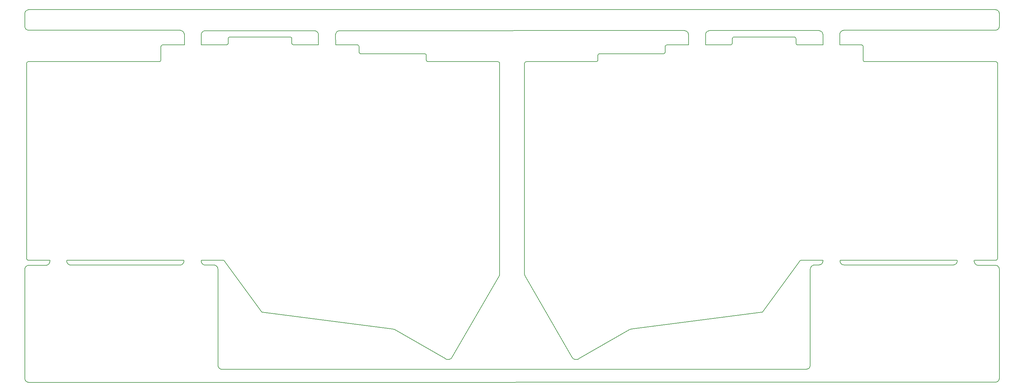
<source format=gm1>
G04 #@! TF.GenerationSoftware,KiCad,Pcbnew,7.0.1*
G04 #@! TF.CreationDate,2023-03-26T00:44:15-07:00*
G04 #@! TF.ProjectId,corne-wireless,636f726e-652d-4776-9972-656c6573732e,3.0.1*
G04 #@! TF.SameCoordinates,Original*
G04 #@! TF.FileFunction,Profile,NP*
%FSLAX46Y46*%
G04 Gerber Fmt 4.6, Leading zero omitted, Abs format (unit mm)*
G04 Created by KiCad (PCBNEW 7.0.1) date 2023-03-26 00:44:15*
%MOMM*%
%LPD*%
G01*
G04 APERTURE LIST*
G04 #@! TA.AperFunction,Profile*
%ADD10C,0.200000*%
G04 #@! TD*
%ADD11C,0.200000*%
G04 APERTURE END LIST*
D10*
X228704544Y-20278194D02*
X228704544Y-21528379D01*
X228204670Y-19778068D02*
X211204467Y-19778068D01*
D11*
X228204670Y-19778068D02*
X228421429Y-19827427D01*
X228590449Y-19960116D01*
X228688834Y-20153228D01*
X228704544Y-20278189D01*
D10*
X85690533Y-19770068D02*
X68690330Y-19770068D01*
X49190511Y-22520126D02*
X49190511Y-26270427D01*
X55786000Y-18869000D02*
X55812500Y-19120100D01*
X55812500Y-19120100D02*
X55817500Y-22020252D01*
X17807500Y-83020309D02*
X17812500Y-83250000D01*
X17812500Y-83250000D02*
X17812300Y-83252000D01*
X17812300Y-83252000D02*
X17812300Y-83252000D01*
X17812300Y-83252000D02*
X17789600Y-83483000D01*
X17789600Y-83483000D02*
X17789600Y-83483000D01*
X17789600Y-83483000D02*
X17789600Y-83483000D01*
X17789600Y-83483000D02*
X17789600Y-83484000D01*
X17789600Y-83484000D02*
X17788600Y-83488000D01*
X17788600Y-83488000D02*
X17787700Y-83493000D01*
X17787700Y-83493000D02*
X17720800Y-83714000D01*
X17720800Y-83714000D02*
X17720600Y-83715000D01*
X17720600Y-83715000D02*
X17718800Y-83719000D01*
X17718800Y-83719000D02*
X17717000Y-83724000D01*
X17717000Y-83724000D02*
X17608200Y-83928000D01*
X17608200Y-83928000D02*
X17607900Y-83929000D01*
X17607900Y-83929000D02*
X17605400Y-83932000D01*
X17605400Y-83932000D02*
X17602800Y-83936000D01*
X17602800Y-83936000D02*
X17456400Y-84116000D01*
X17456400Y-84116000D02*
X17456400Y-84116000D01*
X17456400Y-84116000D02*
X17456400Y-84116000D01*
X17456400Y-84116000D02*
X17455900Y-84116000D01*
X17455900Y-84116000D02*
X17452700Y-84120000D01*
X17452700Y-84120000D02*
X17449500Y-84123000D01*
X17449500Y-84123000D02*
X17270900Y-84271000D01*
X17270900Y-84271000D02*
X17270400Y-84271000D01*
X17270400Y-84271000D02*
X17266600Y-84273000D01*
X17266600Y-84273000D02*
X17262800Y-84276000D01*
X17262800Y-84276000D02*
X17059000Y-84386000D01*
X17059000Y-84386000D02*
X17059000Y-84386000D01*
X17059000Y-84386000D02*
X17059000Y-84386000D01*
X17059000Y-84386000D02*
X17058300Y-84387000D01*
X17058300Y-84387000D02*
X17054200Y-84388000D01*
X17054200Y-84388000D02*
X17050000Y-84390000D01*
X17050000Y-84390000D02*
X16828600Y-84459000D01*
X16828600Y-84459000D02*
X16827900Y-84459000D01*
X16827900Y-84459000D02*
X16823500Y-84460000D01*
X16823500Y-84460000D02*
X16819000Y-84460000D01*
X16819000Y-84460000D02*
X16588500Y-84485000D01*
X16588500Y-84485000D02*
X16587800Y-84485000D01*
X16587800Y-84485000D02*
X16585600Y-84485000D01*
X16585600Y-84485000D02*
X16583500Y-84485000D01*
X16583500Y-84485000D02*
X16577500Y-84485000D01*
X16577500Y-84485000D02*
X16577400Y-84485000D01*
X16577400Y-84485000D02*
X11825200Y-84485000D01*
X11825200Y-84485000D02*
X11819400Y-84485000D01*
X11819400Y-84485000D02*
X11596300Y-84508000D01*
X11596300Y-84508000D02*
X11384300Y-84574000D01*
X11384300Y-84574000D02*
X11189100Y-84680000D01*
X11189100Y-84680000D02*
X11018000Y-84821000D01*
X11018000Y-84821000D02*
X10877800Y-84993000D01*
X10877800Y-84993000D02*
X10773600Y-85189000D01*
X10773600Y-85189000D02*
X10709400Y-85402000D01*
X10709400Y-85402000D02*
X10687500Y-85625000D01*
X10687500Y-116497000D02*
X10687500Y-116503000D01*
X10687500Y-116503000D02*
X10711000Y-116726000D01*
X10711000Y-116726000D02*
X10776600Y-116938000D01*
X10776600Y-116938000D02*
X10882200Y-117133000D01*
X10882200Y-117133000D02*
X11023600Y-117304000D01*
X11023600Y-117304000D02*
X11195700Y-117445000D01*
X11195700Y-117445000D02*
X11391600Y-117549000D01*
X11391600Y-117549000D02*
X11604100Y-117613000D01*
X11604100Y-117613000D02*
X11827400Y-117635000D01*
X11827400Y-117635000D02*
X285057500Y-117626000D01*
X285055500Y-12038500D02*
X11825200Y-12047500D01*
X11825200Y-12047500D02*
X11819400Y-12047500D01*
X11819400Y-12047500D02*
X11596300Y-12071000D01*
X11596300Y-12071000D02*
X11384300Y-12136600D01*
X11384300Y-12136600D02*
X11189100Y-12242200D01*
X11189100Y-12242200D02*
X11018000Y-12383700D01*
X11018000Y-12383700D02*
X10877800Y-12555700D01*
X10877800Y-12555700D02*
X10773600Y-12751600D01*
X10773600Y-12751600D02*
X10709400Y-12964100D01*
X10709400Y-12964100D02*
X10687500Y-13187500D01*
X10687500Y-13187500D02*
X10687500Y-16747300D01*
X10687500Y-16747300D02*
X10687500Y-16753100D01*
X10687500Y-16753100D02*
X10711000Y-16976200D01*
X10711000Y-16976200D02*
X10776600Y-17188200D01*
X10776600Y-17188200D02*
X10882200Y-17383500D01*
X10882200Y-17383500D02*
X11023600Y-17554500D01*
X11023600Y-17554500D02*
X11195700Y-17694800D01*
X11195700Y-17694800D02*
X11391600Y-17799000D01*
X11391600Y-17799000D02*
X11604100Y-17863100D01*
X11604100Y-17863100D02*
X11827400Y-17885000D01*
X11827400Y-17885000D02*
X54577400Y-17885000D01*
X54577400Y-17885000D02*
X54579900Y-17885300D01*
X54579900Y-17885300D02*
X54579900Y-17885300D01*
X54579900Y-17885300D02*
X54810500Y-17907900D01*
X54810500Y-17907900D02*
X54810500Y-17907900D01*
X54810500Y-17907900D02*
X54810500Y-17907900D01*
X54810500Y-17907900D02*
X54811200Y-17907900D01*
X54811200Y-17907900D02*
X54815600Y-17908900D01*
X54815600Y-17908900D02*
X54820100Y-17909800D01*
X54820100Y-17909800D02*
X55042000Y-17976800D01*
X55042000Y-17976800D02*
X55042600Y-17977000D01*
X55042600Y-17977000D02*
X55046800Y-17978700D01*
X55046800Y-17978700D02*
X55051000Y-17980500D01*
X55051000Y-17980500D02*
X55255600Y-18089300D01*
X55255600Y-18089300D02*
X55255600Y-18089300D01*
X55255600Y-18089300D02*
X55255600Y-18089300D01*
X55255600Y-18089300D02*
X55256200Y-18089600D01*
X55256200Y-18089600D02*
X55260000Y-18092200D01*
X55260000Y-18092200D02*
X55263800Y-18094700D01*
X55263800Y-18094700D02*
X55443400Y-18241200D01*
X55443400Y-18241200D02*
X55443900Y-18241600D01*
X55443900Y-18241600D02*
X55447000Y-18244800D01*
X55447000Y-18244800D02*
X55450300Y-18248000D01*
X55450300Y-18248000D02*
X55598000Y-18426600D01*
X55598000Y-18426600D02*
X55598400Y-18427100D01*
X55598400Y-18427100D02*
X55600900Y-18430900D01*
X55600900Y-18430900D02*
X55603500Y-18434700D01*
X55603500Y-18434700D02*
X55713700Y-18638600D01*
X55713700Y-18638600D02*
X55713700Y-18638600D01*
X55713700Y-18638600D02*
X55713700Y-18638600D01*
X55713700Y-18638600D02*
X55714000Y-18639200D01*
X55714000Y-18639200D02*
X55715700Y-18643400D01*
X55715700Y-18643400D02*
X55717500Y-18647600D01*
X55717500Y-18647600D02*
X55786000Y-18869000D01*
X60557500Y-83021073D02*
X60562500Y-83247000D01*
X60562500Y-83247000D02*
X60562500Y-83253000D01*
X60562500Y-83253000D02*
X60586000Y-83476000D01*
X60586000Y-83476000D02*
X60651600Y-83688000D01*
X60651600Y-83688000D02*
X60757200Y-83883000D01*
X60757200Y-83883000D02*
X60898600Y-84054000D01*
X60898600Y-84054000D02*
X61070700Y-84195000D01*
X61070700Y-84195000D02*
X61266600Y-84299000D01*
X61266600Y-84299000D02*
X61479100Y-84363000D01*
X61479100Y-84363000D02*
X61702400Y-84385000D01*
X61702400Y-84385000D02*
X64077400Y-84385000D01*
X64077400Y-84385000D02*
X64079900Y-84385000D01*
X64079900Y-84385000D02*
X64079900Y-84385000D01*
X64079900Y-84385000D02*
X64310500Y-84408000D01*
X64310500Y-84408000D02*
X64310500Y-84408000D01*
X64310500Y-84408000D02*
X64310500Y-84408000D01*
X64310500Y-84408000D02*
X64311200Y-84408000D01*
X64311200Y-84408000D02*
X64315600Y-84409000D01*
X64315600Y-84409000D02*
X64320100Y-84410000D01*
X64320100Y-84410000D02*
X64542000Y-84477000D01*
X64542000Y-84477000D02*
X64542599Y-84477000D01*
X64542599Y-84477000D02*
X64546800Y-84479000D01*
X64546800Y-84479000D02*
X64551000Y-84480000D01*
X64551000Y-84480000D02*
X64755600Y-84589000D01*
X64755600Y-84589000D02*
X64755600Y-84589000D01*
X64755600Y-84589000D02*
X64755600Y-84589000D01*
X64755600Y-84589000D02*
X64756199Y-84590000D01*
X64756199Y-84590000D02*
X64759999Y-84592000D01*
X64759999Y-84592000D02*
X64763800Y-84595000D01*
X64763800Y-84595000D02*
X64943400Y-84741000D01*
X64943400Y-84741000D02*
X64943900Y-84742000D01*
X64943900Y-84742000D02*
X64947000Y-84745000D01*
X64947000Y-84745000D02*
X64950300Y-84748000D01*
X64950300Y-84748000D02*
X65098000Y-84927000D01*
X65098000Y-84927000D02*
X65098400Y-84927000D01*
X65098400Y-84927000D02*
X65100900Y-84931000D01*
X65100900Y-84931000D02*
X65103500Y-84935000D01*
X65103500Y-84935000D02*
X65213700Y-85139000D01*
X65213700Y-85139000D02*
X65213700Y-85139000D01*
X65213700Y-85139000D02*
X65213700Y-85139000D01*
X65213700Y-85139000D02*
X65214000Y-85139000D01*
X65214000Y-85139000D02*
X65215700Y-85143000D01*
X65215700Y-85143000D02*
X65217500Y-85148000D01*
X65217500Y-85148000D02*
X65286000Y-85369000D01*
X65286000Y-85369000D02*
X65286200Y-85370000D01*
X65286200Y-85370000D02*
X65287100Y-85374000D01*
X65287100Y-85374000D02*
X65288000Y-85379000D01*
X65288000Y-85379000D02*
X65312200Y-85609000D01*
X65312200Y-85609000D02*
X65312300Y-85610000D01*
X65312300Y-85610000D02*
X65312200Y-85612000D01*
X65312200Y-85612000D02*
X65312500Y-85614000D01*
X65312500Y-85614000D02*
X65312500Y-85620000D01*
X65312500Y-85620000D02*
X65312500Y-85620000D01*
X65312500Y-85620000D02*
X65312500Y-112797000D01*
X65312500Y-112797000D02*
X65312500Y-112803000D01*
X65312500Y-112803000D02*
X65336000Y-113026000D01*
X65336000Y-113026000D02*
X65401600Y-113238000D01*
X65401600Y-113238000D02*
X65507200Y-113433000D01*
X65507200Y-113433000D02*
X65648600Y-113604000D01*
X65648600Y-113604000D02*
X65820700Y-113745000D01*
X65820700Y-113745000D02*
X66016600Y-113849000D01*
X66016600Y-113849000D02*
X66229100Y-113913000D01*
X66229100Y-113913000D02*
X66452400Y-113935000D01*
X66454500Y-113934000D02*
X231619500Y-113926000D01*
X197180500Y-17976000D02*
X99700500Y-17985000D01*
X99700500Y-17985000D02*
X99694500Y-17985000D01*
X99694500Y-17985000D02*
X99471500Y-18008500D01*
X99471500Y-18008500D02*
X99259500Y-18074100D01*
X99259500Y-18074100D02*
X99064500Y-18179700D01*
X99064500Y-18179700D02*
X98893500Y-18321200D01*
X98893500Y-18321200D02*
X98752500Y-18493200D01*
X98752500Y-18493200D02*
X98648500Y-18689100D01*
X98648500Y-18689100D02*
X98584500Y-18901600D01*
X98584500Y-18901600D02*
X98562500Y-19125000D01*
X98562500Y-19125000D02*
X98567500Y-22018729D01*
X22567500Y-83020309D02*
X22562500Y-83247000D01*
X22562500Y-83247000D02*
X22562500Y-83253000D01*
X22562500Y-83253000D02*
X22586000Y-83476000D01*
X22586000Y-83476000D02*
X22651600Y-83688000D01*
X22651600Y-83688000D02*
X22757200Y-83883000D01*
X22757200Y-83883000D02*
X22898600Y-84054000D01*
X22898600Y-84054000D02*
X23070700Y-84195000D01*
X23070700Y-84195000D02*
X23266600Y-84299000D01*
X23266600Y-84299000D02*
X23479100Y-84363000D01*
X23479100Y-84363000D02*
X23702400Y-84385000D01*
X23702400Y-84385000D02*
X54574800Y-84385000D01*
X54574800Y-84385000D02*
X54580600Y-84385000D01*
X54580600Y-84385000D02*
X54803700Y-84362000D01*
X54803700Y-84362000D02*
X55015700Y-84296000D01*
X55015700Y-84296000D02*
X55210900Y-84190000D01*
X55210900Y-84190000D02*
X55382000Y-84049000D01*
X55382000Y-84049000D02*
X55522200Y-83877000D01*
X55522200Y-83877000D02*
X55626400Y-83681000D01*
X55626400Y-83681000D02*
X55690600Y-83468000D01*
X55690600Y-83468000D02*
X55712500Y-83245000D01*
X55712500Y-83245000D02*
X55717500Y-83020309D01*
X93727500Y-22020252D02*
X93712500Y-19122700D01*
X93712500Y-19122700D02*
X93712500Y-19116900D01*
X93712500Y-19116900D02*
X93689000Y-18893800D01*
X93689000Y-18893800D02*
X93623400Y-18681800D01*
X93623400Y-18681800D02*
X93517800Y-18486600D01*
X93517800Y-18486600D02*
X93376300Y-18315600D01*
X93376300Y-18315600D02*
X93204300Y-18175300D01*
X93204300Y-18175300D02*
X93008400Y-18071100D01*
X93008400Y-18071100D02*
X92795900Y-18006900D01*
X92795900Y-18006900D02*
X92572600Y-17985000D01*
X92572600Y-17985000D02*
X61700200Y-17985000D01*
X61700200Y-17985000D02*
X61694400Y-17985000D01*
X61694400Y-17985000D02*
X61471300Y-18008500D01*
X61471300Y-18008500D02*
X61259300Y-18074100D01*
X61259300Y-18074100D02*
X61064100Y-18179700D01*
X61064100Y-18179700D02*
X60893000Y-18321200D01*
X60893000Y-18321200D02*
X60752800Y-18493200D01*
X60752800Y-18493200D02*
X60648600Y-18689100D01*
X60648600Y-18689100D02*
X60584400Y-18901600D01*
X60584400Y-18901600D02*
X60562500Y-19125000D01*
X60562500Y-19125000D02*
X60577500Y-22018729D01*
X10687500Y-85625000D02*
X10687500Y-116497000D01*
X236317500Y-22026729D02*
X236319500Y-19113700D01*
X236319500Y-19113700D02*
X236319500Y-19107900D01*
X236319500Y-19107900D02*
X236296500Y-18884800D01*
X236296500Y-18884800D02*
X236230500Y-18672800D01*
X236230500Y-18672800D02*
X236125500Y-18477600D01*
X236125500Y-18477600D02*
X235983500Y-18306600D01*
X235983500Y-18306600D02*
X235811500Y-18166300D01*
X235811500Y-18166300D02*
X235615500Y-18062100D01*
X235615500Y-18062100D02*
X235403500Y-17997900D01*
X235403500Y-17997900D02*
X235180500Y-17976000D01*
X235180500Y-17976000D02*
X204307500Y-17976000D01*
X204307500Y-17976000D02*
X204301500Y-17976000D01*
X204301500Y-17976000D02*
X204078500Y-17999500D01*
X204078500Y-17999500D02*
X203866500Y-18065100D01*
X203866500Y-18065100D02*
X203671500Y-18170700D01*
X203671500Y-18170700D02*
X203500500Y-18312200D01*
X203500500Y-18312200D02*
X203360500Y-18484200D01*
X203360500Y-18484200D02*
X203256500Y-18680100D01*
X203256500Y-18680100D02*
X203191500Y-18892600D01*
X203191500Y-18892600D02*
X203170500Y-19116000D01*
X203170500Y-19116000D02*
X203167500Y-22028252D01*
X280302500Y-84476000D02*
X280071500Y-84453000D01*
X285864500Y-117290000D02*
X286004500Y-117118000D01*
X197811500Y-18166300D02*
X197615500Y-18062100D01*
X197983500Y-18306600D02*
X197811500Y-18166300D01*
X286194500Y-85608000D02*
X286195500Y-116486000D01*
X198327500Y-22026729D02*
X198319500Y-19113700D01*
X198319500Y-19113700D02*
X198319500Y-19107900D01*
X198319500Y-19107900D02*
X198296500Y-18884800D01*
X198296500Y-18884800D02*
X198230500Y-18672800D01*
X198230500Y-18672800D02*
X198125500Y-18477600D01*
X198125500Y-18477600D02*
X197983500Y-18306600D01*
X197615500Y-18062100D02*
X197403500Y-17997900D01*
X197403500Y-17997900D02*
X197180500Y-17976000D01*
X241177500Y-83027309D02*
X241170500Y-83238000D01*
X241170500Y-83238000D02*
X241170500Y-83244000D01*
X241170500Y-83244000D02*
X241193500Y-83467000D01*
X241193500Y-83467000D02*
X241259500Y-83679000D01*
X241259500Y-83679000D02*
X241364500Y-83874000D01*
X241364500Y-83874000D02*
X241506500Y-84045000D01*
X241506500Y-84045000D02*
X241678500Y-84186000D01*
X241678500Y-84186000D02*
X241874500Y-84290000D01*
X241874500Y-84290000D02*
X242086500Y-84354000D01*
X242086500Y-84354000D02*
X242309500Y-84376000D01*
X242309500Y-84376000D02*
X273182500Y-84376000D01*
X273182500Y-84376000D02*
X273188500Y-84376000D01*
X273188500Y-84376000D02*
X273411500Y-84353000D01*
X273411500Y-84353000D02*
X273623500Y-84287000D01*
X273623500Y-84287000D02*
X273818500Y-84181000D01*
X273818500Y-84181000D02*
X273989500Y-84040000D01*
X273989500Y-84040000D02*
X274129500Y-83868000D01*
X274129500Y-83868000D02*
X274233500Y-83672000D01*
X274233500Y-83672000D02*
X274298500Y-83459000D01*
X274298500Y-83459000D02*
X274319500Y-83236000D01*
X274319500Y-83236000D02*
X274327500Y-83027309D01*
X231619500Y-113926000D02*
X231625500Y-113926000D01*
X231625500Y-113926000D02*
X231848500Y-113903000D01*
X231848500Y-113903000D02*
X232060500Y-113837000D01*
X232060500Y-113837000D02*
X232255500Y-113731000D01*
X232255500Y-113731000D02*
X232426500Y-113590000D01*
X232426500Y-113590000D02*
X232567500Y-113418000D01*
X232567500Y-113418000D02*
X232671500Y-113222000D01*
X232671500Y-113222000D02*
X232735500Y-113009000D01*
X232735500Y-113009000D02*
X232757500Y-112786000D01*
X232757500Y-112786000D02*
X232757500Y-85611000D01*
X232757500Y-85611000D02*
X232757500Y-85609000D01*
X232757500Y-85609000D02*
X232757500Y-85609000D01*
X232757500Y-85609000D02*
X232780500Y-85378000D01*
X232780500Y-85378000D02*
X232780500Y-85378000D01*
X232780500Y-85378000D02*
X232780500Y-85378000D01*
X232780500Y-85378000D02*
X232780500Y-85377000D01*
X232780500Y-85377000D02*
X232781500Y-85373000D01*
X232781500Y-85373000D02*
X232782500Y-85368000D01*
X232782500Y-85368000D02*
X232849500Y-85147000D01*
X232849500Y-85147000D02*
X232849500Y-85146000D01*
X232849500Y-85146000D02*
X232851500Y-85142000D01*
X232851500Y-85142000D02*
X232852500Y-85138000D01*
X232852500Y-85138000D02*
X232961500Y-84933000D01*
X232961500Y-84933000D02*
X232961500Y-84933000D01*
X232961500Y-84933000D02*
X232961500Y-84933000D01*
X232961500Y-84933000D02*
X232962500Y-84932000D01*
X232962500Y-84932000D02*
X232964500Y-84929000D01*
X232964500Y-84929000D02*
X232967500Y-84925000D01*
X232967500Y-84925000D02*
X233113500Y-84745000D01*
X233113500Y-84745000D02*
X233114500Y-84745000D01*
X233114500Y-84745000D02*
X233117500Y-84741000D01*
X233117500Y-84741000D02*
X233120500Y-84738000D01*
X233120500Y-84738000D02*
X233299500Y-84591000D01*
X233299500Y-84591000D02*
X233299500Y-84590000D01*
X233299500Y-84590000D02*
X233303500Y-84588000D01*
X233303500Y-84588000D02*
X233307500Y-84585000D01*
X233307500Y-84585000D02*
X233511500Y-84475000D01*
X233511500Y-84475000D02*
X233511500Y-84475000D01*
X233511500Y-84475000D02*
X233511500Y-84475000D01*
X233511500Y-84475000D02*
X233511500Y-84474000D01*
X233511500Y-84474000D02*
X233515500Y-84473000D01*
X233515500Y-84473000D02*
X233520500Y-84471000D01*
X233520500Y-84471000D02*
X233741500Y-84403000D01*
X233741500Y-84403000D02*
X233741500Y-84403000D01*
X233741500Y-84403000D02*
X233742500Y-84402000D01*
X233742500Y-84402000D02*
X233746500Y-84401000D01*
X233746500Y-84401000D02*
X233750500Y-84401000D01*
X233750500Y-84401000D02*
X233981500Y-84376000D01*
X233981500Y-84376000D02*
X233982500Y-84376000D01*
X233982500Y-84376000D02*
X233984500Y-84376000D01*
X233984500Y-84376000D02*
X233986500Y-84376000D01*
X233986500Y-84376000D02*
X233992500Y-84376000D01*
X233992500Y-84376000D02*
X233992500Y-84376000D01*
X233992500Y-84376000D02*
X235182500Y-84376000D01*
X235182500Y-84376000D02*
X235188500Y-84376000D01*
X235188500Y-84376000D02*
X235411500Y-84353000D01*
X235411500Y-84353000D02*
X235623500Y-84287000D01*
X235623500Y-84287000D02*
X235818500Y-84181000D01*
X235818500Y-84181000D02*
X235989500Y-84040000D01*
X235989500Y-84040000D02*
X236129500Y-83868000D01*
X236129500Y-83868000D02*
X236233500Y-83672000D01*
X236233500Y-83672000D02*
X236298500Y-83459000D01*
X236298500Y-83459000D02*
X236320500Y-83236000D01*
X236320500Y-83236000D02*
X236327500Y-83028073D01*
X241092500Y-18877300D02*
X241093500Y-18872900D01*
X241093500Y-18872900D02*
X241094500Y-18868400D01*
X241094500Y-18868400D02*
X241161500Y-18646500D01*
X241161500Y-18646500D02*
X241161500Y-18645900D01*
X241161500Y-18645900D02*
X241163500Y-18641700D01*
X241163500Y-18641700D02*
X241165500Y-18637500D01*
X241165500Y-18637500D02*
X241274500Y-18432900D01*
X241274500Y-18432900D02*
X241274500Y-18432900D01*
X241274500Y-18432900D02*
X241274500Y-18432900D01*
X241274500Y-18432900D02*
X241274500Y-18432300D01*
X241274500Y-18432300D02*
X241277500Y-18428500D01*
X241277500Y-18428500D02*
X241279500Y-18424800D01*
X241279500Y-18424800D02*
X241426500Y-18245200D01*
X241426500Y-18245200D02*
X241426500Y-18244600D01*
X241426500Y-18244600D02*
X241429500Y-18241500D01*
X241429500Y-18241500D02*
X241433500Y-18238200D01*
X241433500Y-18238200D02*
X241611500Y-18090500D01*
X241611500Y-18090500D02*
X241612500Y-18090100D01*
X241612500Y-18090100D02*
X241615500Y-18087600D01*
X241615500Y-18087600D02*
X241619500Y-18085100D01*
X241619500Y-18085100D02*
X241823500Y-17974800D01*
X241823500Y-17974800D02*
X241823500Y-17974800D01*
X241823500Y-17974800D02*
X241823500Y-17974800D01*
X241823500Y-17974800D02*
X241824500Y-17974500D01*
X241824500Y-17974500D02*
X241828500Y-17972800D01*
X241828500Y-17972800D02*
X241832500Y-17971000D01*
X241832500Y-17971000D02*
X242053500Y-17902500D01*
X242053500Y-17902500D02*
X242053500Y-17902500D01*
X242053500Y-17902500D02*
X242054500Y-17902300D01*
X242054500Y-17902300D02*
X242059500Y-17901500D01*
X242059500Y-17901500D02*
X242063500Y-17900500D01*
X242063500Y-17900500D02*
X242293500Y-17876300D01*
X242293500Y-17876300D02*
X242294500Y-17876300D01*
X242294500Y-17876300D02*
X242296500Y-17876300D01*
X242296500Y-17876300D02*
X242299500Y-17876000D01*
X242299500Y-17876000D02*
X242304500Y-17876000D01*
X242304500Y-17876000D02*
X242305500Y-17876000D01*
X242305500Y-17876000D02*
X285057500Y-17876000D01*
X285057500Y-17876000D02*
X285063500Y-17876000D01*
X285063500Y-17876000D02*
X285286500Y-17852600D01*
X285286500Y-17852600D02*
X285498500Y-17786900D01*
X285498500Y-17786900D02*
X285693500Y-17681400D01*
X285693500Y-17681400D02*
X285864500Y-17539900D01*
X285864500Y-17539900D02*
X286004500Y-17367900D01*
X286004500Y-17367900D02*
X286108500Y-17171900D01*
X286108500Y-17171900D02*
X286173500Y-16959400D01*
X286173500Y-16959400D02*
X286195500Y-16736100D01*
X286195500Y-16736100D02*
X286194500Y-13176200D01*
X286194500Y-13176200D02*
X286194500Y-13170400D01*
X286194500Y-13170400D02*
X286171500Y-12947300D01*
X286171500Y-12947300D02*
X286105500Y-12735300D01*
X286105500Y-12735300D02*
X286000500Y-12540100D01*
X286000500Y-12540100D02*
X285858500Y-12369100D01*
X285858500Y-12369100D02*
X285686500Y-12228800D01*
X285686500Y-12228800D02*
X285490500Y-12124600D01*
X285490500Y-12124600D02*
X285278500Y-12060400D01*
X285278500Y-12060400D02*
X285055500Y-12038500D01*
X241077500Y-22028252D02*
X241069500Y-19111100D01*
X241069500Y-19111100D02*
X241070500Y-19108600D01*
X241070500Y-19108600D02*
X241092500Y-18878000D01*
X241092500Y-18878000D02*
X241092500Y-18878000D01*
X241092500Y-18878000D02*
X241092500Y-18878000D01*
X241092500Y-18878000D02*
X241092500Y-18877300D01*
X279070500Y-83251000D02*
X279070500Y-83249000D01*
X279070500Y-83249000D02*
X279070500Y-83247000D01*
X279070500Y-83247000D02*
X279070500Y-83241000D01*
X279070500Y-83241000D02*
X279069500Y-83241000D01*
X279069500Y-83241000D02*
X279077500Y-83028073D01*
X279165500Y-83713000D02*
X279096500Y-83492000D01*
X279096500Y-83492000D02*
X279096500Y-83491000D01*
X279096500Y-83491000D02*
X279095500Y-83487000D01*
X279095500Y-83487000D02*
X279094500Y-83483000D01*
X279094500Y-83483000D02*
X279070500Y-83252000D01*
X279070500Y-83252000D02*
X279070500Y-83251000D01*
X285057500Y-117626000D02*
X285063500Y-117626000D01*
X285063500Y-117626000D02*
X285286500Y-117603000D01*
X285286500Y-117603000D02*
X285498500Y-117537000D01*
X285498500Y-117537000D02*
X285693500Y-117431000D01*
X285693500Y-117431000D02*
X285864500Y-117290000D01*
X286004500Y-117118000D02*
X286108500Y-116922000D01*
X286108500Y-116922000D02*
X286173500Y-116709000D01*
X286173500Y-116709000D02*
X286195500Y-116486000D01*
X286194500Y-85608000D02*
X286171500Y-85385000D01*
X286171500Y-85385000D02*
X286105500Y-85173000D01*
X286105500Y-85173000D02*
X286000500Y-84978000D01*
X286000500Y-84978000D02*
X285858500Y-84807000D01*
X285858500Y-84807000D02*
X285686500Y-84666000D01*
X285686500Y-84666000D02*
X285490500Y-84562000D01*
X285490500Y-84562000D02*
X285278500Y-84498000D01*
X285278500Y-84498000D02*
X285055500Y-84476000D01*
X285055500Y-84476000D02*
X280305500Y-84476000D01*
X280305500Y-84476000D02*
X280302500Y-84476000D01*
X280302500Y-84476000D02*
X280302500Y-84476000D01*
X280071500Y-84453000D02*
X280071500Y-84453000D01*
X280071500Y-84453000D02*
X280071500Y-84453000D01*
X280071500Y-84453000D02*
X280071500Y-84453000D01*
X280071500Y-84453000D02*
X280066500Y-84452000D01*
X280066500Y-84452000D02*
X280062500Y-84451000D01*
X280062500Y-84451000D02*
X279840500Y-84384000D01*
X279840500Y-84384000D02*
X279839500Y-84384000D01*
X279839500Y-84384000D02*
X279835500Y-84382000D01*
X279835500Y-84382000D02*
X279831500Y-84381000D01*
X279831500Y-84381000D02*
X279626500Y-84272000D01*
X279626500Y-84272000D02*
X279626500Y-84272000D01*
X279626500Y-84272000D02*
X279626500Y-84271000D01*
X279626500Y-84271000D02*
X279622500Y-84269000D01*
X279622500Y-84269000D02*
X279618500Y-84266000D01*
X279618500Y-84266000D02*
X279439500Y-84120000D01*
X279439500Y-84120000D02*
X279439500Y-84120000D01*
X279439500Y-84120000D02*
X279439500Y-84120000D01*
X279439500Y-84120000D02*
X279438500Y-84119000D01*
X279438500Y-84119000D02*
X279435500Y-84116000D01*
X279435500Y-84116000D02*
X279432500Y-84113000D01*
X279432500Y-84113000D02*
X279284500Y-83934000D01*
X279284500Y-83934000D02*
X279284500Y-83934000D01*
X279284500Y-83934000D02*
X279281500Y-83930000D01*
X279281500Y-83930000D02*
X279279500Y-83926000D01*
X279279500Y-83926000D02*
X279168500Y-83722000D01*
X279168500Y-83722000D02*
X279168500Y-83722000D01*
X279168500Y-83722000D02*
X279168500Y-83722000D01*
X279168500Y-83722000D02*
X279168500Y-83722000D01*
X279168500Y-83722000D02*
X279166500Y-83718000D01*
X279166500Y-83718000D02*
X279165500Y-83713000D01*
D11*
X181629500Y-102678000D02*
X181831194Y-102623772D01*
X182035714Y-102581995D01*
X182242483Y-102552784D01*
X182284056Y-102548460D01*
X152181791Y-87625717D02*
X152092308Y-87446848D01*
X152016826Y-87232231D01*
X151970652Y-87009589D01*
X151954558Y-86781896D01*
X151954700Y-86753228D01*
D10*
X191706177Y-24025707D02*
X191706177Y-22527109D01*
X173204835Y-24526087D02*
X191205797Y-24526087D01*
D11*
X151954700Y-27278174D02*
X152004025Y-27061480D01*
X152136643Y-26892482D01*
X152329668Y-26794061D01*
X152454583Y-26778301D01*
D10*
X151955216Y-27276904D02*
X151955216Y-86750945D01*
X241177500Y-83027309D02*
X274327500Y-83027309D01*
X285704628Y-27278174D02*
X285706404Y-82526930D01*
X248205881Y-26776525D02*
X285204501Y-26778301D01*
X210705358Y-21526350D02*
X210705358Y-20276671D01*
X192206556Y-22026729D02*
X198327500Y-22026729D01*
X181629500Y-102678000D02*
X167335417Y-110939084D01*
X172706995Y-25026466D02*
X172704713Y-26278179D01*
D11*
X172704713Y-25028242D02*
X172753965Y-24811463D01*
X172886565Y-24642379D01*
X173079623Y-24543895D01*
X173204577Y-24528121D01*
D10*
X247705501Y-22527109D02*
X247705501Y-26276145D01*
X229206699Y-22026729D02*
X236317500Y-22026729D01*
X152455595Y-26776525D02*
X172204592Y-26778301D01*
D11*
X285704628Y-82528200D02*
X285655268Y-82744959D01*
X285522578Y-82913978D01*
X285329467Y-83012363D01*
X285204506Y-83028073D01*
X285204506Y-83028073D02*
X285204501Y-83028073D01*
X285204501Y-26778301D02*
X285421283Y-26827550D01*
X285590371Y-26960154D01*
X285688854Y-27153216D01*
X285704628Y-27278169D01*
X285704628Y-27278169D02*
X285704628Y-27278174D01*
X248204611Y-26778301D02*
X247987827Y-26729049D01*
X247818742Y-26596443D01*
X247720261Y-26403380D01*
X247704489Y-26278427D01*
X247704489Y-26278427D02*
X247704489Y-26278179D01*
X247204616Y-22028252D02*
X247421308Y-22077580D01*
X247590305Y-22210193D01*
X247688727Y-22403212D01*
X247704489Y-22528126D01*
X229204665Y-22028252D02*
X228987881Y-21979001D01*
X228818796Y-21846395D01*
X228720316Y-21653331D01*
X228704544Y-21528379D01*
X228704544Y-21528379D02*
X228704544Y-21528126D01*
X228704544Y-20278189D02*
X228704544Y-20278194D01*
X210704594Y-20278194D02*
X210753843Y-20061411D01*
X210886448Y-19892324D01*
X211079512Y-19793840D01*
X211204467Y-19778068D01*
X211204467Y-19778068D02*
X211204467Y-19778068D01*
X210704594Y-21528126D02*
X210655343Y-21744908D01*
X210522738Y-21913995D01*
X210329674Y-22012479D01*
X210204720Y-22028252D01*
X210204720Y-22028252D02*
X210204472Y-22028252D01*
X191704649Y-22528126D02*
X191753976Y-22311433D01*
X191886589Y-22142436D01*
X192079608Y-22044014D01*
X192204522Y-22028252D01*
X191704649Y-24028247D02*
X191655289Y-24245004D01*
X191522601Y-24414024D01*
X191329489Y-24512410D01*
X191204527Y-24528121D01*
D10*
X165407300Y-110559612D02*
X152181276Y-87627245D01*
D11*
X165410396Y-110564226D02*
X165407300Y-110559612D01*
X167335417Y-110939084D02*
X167151360Y-111043872D01*
X166958612Y-111117871D01*
X166760437Y-111161717D01*
X166560101Y-111176047D01*
X166295270Y-111150338D01*
X166040143Y-111074794D01*
X165859822Y-110986338D01*
X165692581Y-110871334D01*
X165541683Y-110730418D01*
X165410396Y-110564226D01*
D10*
X218954506Y-97778087D02*
X182284056Y-102548460D01*
D11*
X219308071Y-97631789D02*
X219134516Y-97744619D01*
X218954506Y-97778087D01*
D10*
X229851095Y-83174629D02*
X219308071Y-97631789D01*
D11*
X172704713Y-26278179D02*
X172655456Y-26494960D01*
X172522849Y-26664046D01*
X172329784Y-26762528D01*
X172204830Y-26778301D01*
X172204830Y-26778301D02*
X172204592Y-26778301D01*
D10*
X66690339Y-83020073D02*
X60557500Y-83021073D01*
X11690499Y-83020073D02*
X17807500Y-83020309D01*
X49690384Y-22020252D02*
X55817500Y-22020252D01*
X86690528Y-22020252D02*
X93727500Y-22020252D01*
D11*
X124690170Y-26770301D02*
X124690408Y-26770301D01*
X124190287Y-26270179D02*
X124239543Y-26486960D01*
X124372150Y-26656046D01*
X124565215Y-26754528D01*
X124690170Y-26770301D01*
D10*
X67043905Y-83166629D02*
X77586929Y-97623789D01*
X77940494Y-97770087D02*
X114610944Y-102540460D01*
D11*
X129559583Y-110931084D02*
X129743639Y-111035872D01*
X129936387Y-111109871D01*
X130134562Y-111153717D01*
X130334898Y-111168047D01*
X130599729Y-111142338D01*
X130854856Y-111066794D01*
X131035177Y-110978338D01*
X131202418Y-110863334D01*
X131353316Y-110722418D01*
X131484604Y-110556226D01*
X131484604Y-110556226D02*
X131487700Y-110551612D01*
D10*
X131487700Y-110551612D02*
X144713724Y-87619245D01*
D11*
X105190351Y-24020247D02*
X105239710Y-24237004D01*
X105372398Y-24406024D01*
X105565510Y-24504410D01*
X105690473Y-24520121D01*
X105190351Y-22520126D02*
X105141023Y-22303433D01*
X105008410Y-22134436D01*
X104815391Y-22036014D01*
X104690478Y-22020252D01*
X86690280Y-22020252D02*
X86690528Y-22020252D01*
X86190406Y-21520126D02*
X86239656Y-21736908D01*
X86372261Y-21905995D01*
X86565325Y-22004479D01*
X86690280Y-22020252D01*
X85690533Y-19770068D02*
X85690533Y-19770068D01*
X86190406Y-20270194D02*
X86141156Y-20053411D01*
X86008551Y-19884324D01*
X85815487Y-19785840D01*
X85690533Y-19770068D01*
X68190456Y-20270189D02*
X68190456Y-20270194D01*
X68690330Y-19770068D02*
X68473570Y-19819427D01*
X68304550Y-19952116D01*
X68206165Y-20145228D01*
X68190456Y-20270189D01*
X68190456Y-21520379D02*
X68190456Y-21520126D01*
X67690335Y-22020252D02*
X67907118Y-21971001D01*
X68076203Y-21838395D01*
X68174683Y-21645331D01*
X68190456Y-21520379D01*
X49690384Y-22020252D02*
X49473691Y-22069580D01*
X49304694Y-22202193D01*
X49206272Y-22395212D01*
X49190511Y-22520126D01*
X48690389Y-26770301D02*
X48907172Y-26721049D01*
X49076257Y-26588443D01*
X49174738Y-26395380D01*
X49190511Y-26270427D01*
X11190372Y-27270169D02*
X11190372Y-27270174D01*
X11690499Y-26770301D02*
X11473716Y-26819550D01*
X11304628Y-26952154D01*
X11206145Y-27145216D01*
X11190372Y-27270169D01*
X11690494Y-83020073D02*
X11690499Y-83020073D01*
X11190372Y-82520200D02*
X11239731Y-82736959D01*
X11372421Y-82905978D01*
X11565532Y-83004363D01*
X11690494Y-83020073D01*
D10*
X144439405Y-26768525D02*
X124690408Y-26770301D01*
X68190456Y-20270194D02*
X68188680Y-21518350D01*
X67688301Y-22018729D02*
X60577500Y-22018729D01*
D11*
X124190287Y-25020242D02*
X124141034Y-24803463D01*
X124008434Y-24634379D01*
X123815376Y-24535895D01*
X123690423Y-24520121D01*
D10*
X124188005Y-25018466D02*
X124190287Y-26270179D01*
X115265500Y-102670000D02*
X129559583Y-110931084D01*
X104688444Y-22018729D02*
X98567500Y-22018729D01*
X86189642Y-21518350D02*
X86189642Y-20268671D01*
X48689119Y-26768525D02*
X11690499Y-26770301D01*
X11190372Y-27270174D02*
X11188596Y-82518930D01*
X55717500Y-83020309D02*
X22567500Y-83020309D01*
X144939784Y-27268904D02*
X144939784Y-86742945D01*
D11*
X144940300Y-27270174D02*
X144890974Y-27053480D01*
X144758356Y-26884482D01*
X144565331Y-26786061D01*
X144440417Y-26770301D01*
D10*
X123690165Y-24518087D02*
X105689203Y-24518087D01*
X105188823Y-24017707D02*
X105188823Y-22519109D01*
D11*
X144713209Y-87617717D02*
X144802691Y-87438848D01*
X144878173Y-87224231D01*
X144924347Y-87001589D01*
X144940441Y-86773896D01*
X144940300Y-86745228D01*
X229851095Y-83174629D02*
X230024624Y-83061650D01*
X230204661Y-83028073D01*
X77586929Y-97623789D02*
X77760483Y-97736619D01*
X77940494Y-97770087D01*
X67043905Y-83166629D02*
X66870375Y-83053650D01*
X66690339Y-83020073D01*
X115265500Y-102670000D02*
X115063805Y-102615772D01*
X114859285Y-102573995D01*
X114652516Y-102544784D01*
X114610944Y-102540460D01*
D10*
X285204501Y-83028073D02*
X279077500Y-83028073D01*
X230204661Y-83028073D02*
X236327500Y-83028073D01*
X210204472Y-22028252D02*
X203167500Y-22028252D01*
X247204616Y-22028252D02*
X241077500Y-22028252D01*
M02*

</source>
